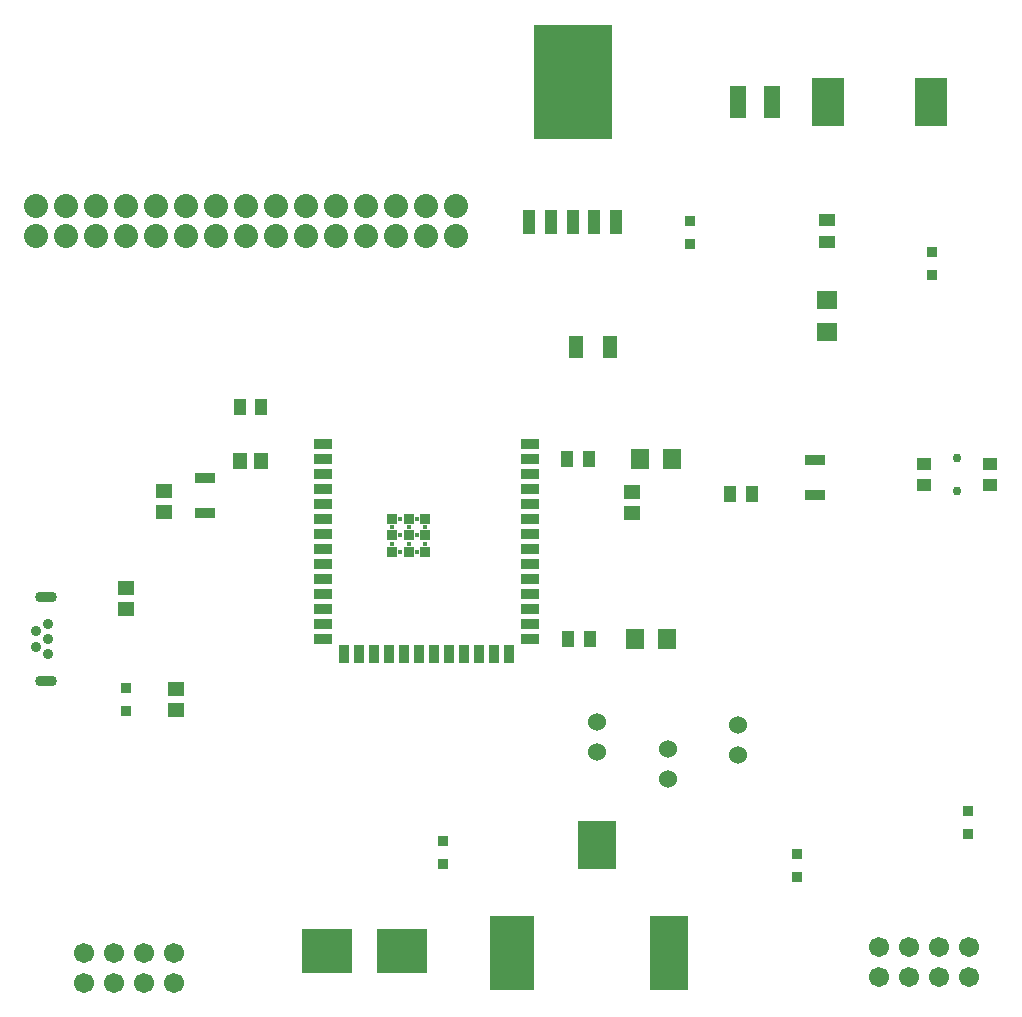
<source format=gbr>
%FSTAX23Y23*%
%MOMM*%
%SFA1B1*%

%IPPOS*%
%ADD17R,1.449997X1.249998*%
%ADD18R,1.249998X1.449997*%
%ADD19R,1.066798X1.346197*%
%ADD20R,4.241792X3.809992*%
%ADD21R,0.888998X0.952498*%
%ADD22R,3.299993X4.059992*%
%ADD23R,3.299993X6.349987*%
%ADD24R,3.809992X6.349987*%
%ADD25R,1.729997X0.969998*%
%ADD26R,1.449997X1.149998*%
%ADD27R,1.369997X2.809994*%
%ADD28R,1.289997X1.909996*%
%ADD29R,2.699995X4.099992*%
%ADD30R,0.899998X0.899998*%
%ADD31R,1.499997X0.899998*%
%ADD32R,0.899998X1.499997*%
%ADD33R,0.999998X1.419997*%
%ADD34R,0.999998X2.049996*%
%ADD35R,6.699987X9.699981*%
%ADD36R,1.419997X0.999998*%
%ADD37R,1.749997X1.499997*%
%ADD38R,1.499997X1.749997*%
%ADD39R,1.199998X0.999998*%
%ADD61C,1.701797*%
%ADD70C,1.523997*%
%ADD71C,2.031996*%
%ADD72C,0.399999*%
%ADD73C,0.899998*%
%ADD74O,1.849996X0.899998*%
%ADD75C,0.749999*%
%LNpcb1_pads_top-1*%
%LPD*%
G54D17*
X52705Y44196D03*
Y45974D03*
X14097Y29337D03*
Y27559D03*
X09906Y3613D03*
Y37908D03*
G54D18*
X19494Y48641D03*
X21272D03*
G54D19*
X1957Y53213D03*
X21323D03*
G54D20*
X33286Y07112D03*
X26911D03*
G54D21*
X66675Y15322D03*
Y13379D03*
X78105Y66332D03*
Y64389D03*
X09906Y27476D03*
Y29419D03*
X81153Y17062D03*
Y19005D03*
X36703Y16465D03*
Y14522D03*
X57658Y66973D03*
Y68916D03*
G54D22*
X49779Y16124D03*
G54D23*
X5588Y06985D03*
G54D24*
X42589Y06985D03*
G54D25*
X68199Y48723D03*
Y45763D03*
X16553Y44239D03*
Y47199D03*
G54D26*
X13081Y44311D03*
Y46111D03*
G54D27*
X61698Y78994D03*
X64538D03*
G54D28*
X47942Y58293D03*
X50862D03*
G54D29*
X78034Y78994D03*
X69284D03*
G54D30*
X33818Y42317D03*
X32418D03*
X35218D03*
X32418Y40917D03*
X33818D03*
X35218D03*
X32418Y43717D03*
X33818D03*
X35218D03*
G54D31*
X26568Y50038D03*
Y48768D03*
Y47498D03*
Y46228D03*
Y44958D03*
Y43688D03*
Y42418D03*
Y41148D03*
Y39878D03*
Y38608D03*
Y37338D03*
Y36068D03*
Y34798D03*
Y33528D03*
X44069D03*
Y34798D03*
Y36068D03*
Y37338D03*
Y38608D03*
Y39878D03*
Y41148D03*
Y42418D03*
Y43688D03*
Y44958D03*
Y46228D03*
Y47498D03*
Y48768D03*
Y50038D03*
G54D32*
X28333Y32277D03*
X29603D03*
X30873D03*
X32143D03*
X33413D03*
X34683D03*
X35953D03*
X37223D03*
X38493D03*
X39763D03*
X41033D03*
X42303D03*
G54D33*
X6291Y45847D03*
X6104D03*
X47324Y33528D03*
X49194D03*
X47197Y48768D03*
X49067D03*
G54D34*
X44039Y68834D03*
X45869D03*
X47699D03*
X4953D03*
X51359D03*
G54D35*
X47699Y80733D03*
G54D36*
X69215Y67183D03*
Y69052D03*
G54D37*
X69215Y6223D03*
Y59529D03*
G54D38*
X53005Y33528D03*
X55705D03*
X53386Y48768D03*
X56086D03*
G54D39*
X83063Y48325D03*
Y46625D03*
X77463Y48325D03*
Y46625D03*
G54D61*
X0635Y04445D03*
X0889D03*
X1143D03*
X1397D03*
X0635Y06985D03*
X0889D03*
X1143D03*
X1397D03*
X7366Y04953D03*
X762D03*
X7874D03*
X8128D03*
X7366Y07493D03*
X762D03*
X7874D03*
X8128D03*
G54D70*
X49784Y24003D03*
Y26543D03*
X61722Y23749D03*
Y26289D03*
X55753Y21717D03*
Y24257D03*
G54D71*
X37846Y67691D03*
Y70231D03*
X35306Y67691D03*
Y70231D03*
X32766Y67691D03*
Y70231D03*
X30226Y67691D03*
Y70231D03*
X27686Y67691D03*
Y70231D03*
X25146Y67691D03*
Y70231D03*
X22606Y67691D03*
Y70231D03*
X20066Y67691D03*
Y70231D03*
X17526Y67691D03*
Y70231D03*
X14986Y67691D03*
Y70231D03*
X12446Y67691D03*
Y70231D03*
X09906Y67691D03*
Y70231D03*
X07366Y67691D03*
Y70231D03*
X04826Y67691D03*
Y70231D03*
X02286Y67691D03*
Y70231D03*
G54D72*
X33818Y43017D03*
X32418D03*
X35218D03*
X32418Y41617D03*
X33818D03*
X35218D03*
X33118Y43717D03*
X34518D03*
X33118Y42317D03*
X34518D03*
X33118Y40917D03*
X34518D03*
G54D73*
X02286Y32893D03*
Y34192D03*
X03285Y32242D03*
Y33542D03*
Y34842D03*
G54D74*
X03065Y37117D03*
Y29967D03*
G54D75*
X80264Y4885D03*
Y46101D03*
M02*
</source>
